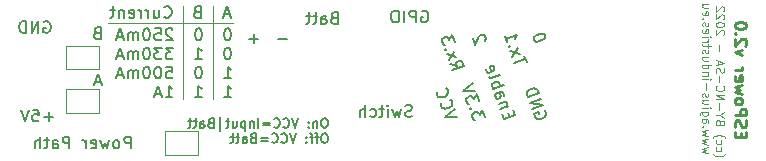
<source format=gbo>
%TF.GenerationSoftware,KiCad,Pcbnew,6.0.11*%
%TF.CreationDate,2024-08-22T19:43:04+01:00*%
%TF.ProjectId,ESPower,4553506f-7765-4722-9e6b-696361645f70,rev?*%
%TF.SameCoordinates,PX4f54d68PY59a0560*%
%TF.FileFunction,Legend,Bot*%
%TF.FilePolarity,Positive*%
%FSLAX46Y46*%
G04 Gerber Fmt 4.6, Leading zero omitted, Abs format (unit mm)*
G04 Created by KiCad (PCBNEW 6.0.11) date 2024-08-22 19:43:04*
%MOMM*%
%LPD*%
G01*
G04 APERTURE LIST*
G04 Aperture macros list*
%AMFreePoly0*
4,1,6,1.000000,0.000000,0.500000,-0.750000,-0.500000,-0.750000,-0.500000,0.750000,0.500000,0.750000,1.000000,0.000000,1.000000,0.000000,$1*%
%AMFreePoly1*
4,1,6,0.500000,-0.750000,-0.650000,-0.750000,-0.150000,0.000000,-0.650000,0.750000,0.500000,0.750000,0.500000,-0.750000,0.500000,-0.750000,$1*%
G04 Aperture macros list end*
%ADD10C,0.120000*%
%ADD11C,0.150000*%
%ADD12C,0.130000*%
%ADD13C,0.250000*%
%ADD14R,1.700000X1.700000*%
%ADD15O,1.700000X1.700000*%
%ADD16R,1.500000X1.500000*%
%ADD17C,1.500000*%
%ADD18FreePoly0,0.000000*%
%ADD19FreePoly1,0.000000*%
%ADD20FreePoly0,180.000000*%
%ADD21FreePoly1,180.000000*%
G04 APERTURE END LIST*
D10*
X14732000Y-1270000D02*
X14732000Y-9144000D01*
X18923000Y-2667000D02*
X8382000Y-2667000D01*
X17272000Y-1270000D02*
X17272000Y-9144000D01*
D11*
X42369737Y-10610065D02*
X42255731Y-10296834D01*
X41714651Y-10341745D02*
X41877517Y-10789218D01*
X42817210Y-10447198D01*
X42654343Y-9999725D01*
X42194532Y-9711007D02*
X41568071Y-9939020D01*
X42105038Y-9743580D02*
X42133498Y-9682546D01*
X42145672Y-9576765D01*
X42096812Y-9442523D01*
X42019492Y-9369315D01*
X41913711Y-9357141D01*
X41421491Y-9536295D01*
X41112044Y-8686097D02*
X41604264Y-8506943D01*
X41710045Y-8519117D01*
X41787366Y-8592325D01*
X41852512Y-8771314D01*
X41840338Y-8877095D01*
X41156791Y-8669810D02*
X41144617Y-8775591D01*
X41226051Y-8999327D01*
X41303371Y-9072535D01*
X41409152Y-9084709D01*
X41498647Y-9052136D01*
X41571855Y-8974815D01*
X41584029Y-8869034D01*
X41502595Y-8645298D01*
X41514769Y-8539516D01*
X40949177Y-8238624D02*
X41888870Y-7896604D01*
X41530892Y-8026897D02*
X41543065Y-7921116D01*
X41477919Y-7742127D01*
X41400598Y-7668919D01*
X41339564Y-7640458D01*
X41233783Y-7628284D01*
X40965299Y-7726004D01*
X40892092Y-7803325D01*
X40863631Y-7864359D01*
X40851457Y-7970140D01*
X40916604Y-8149129D01*
X40993924Y-8222337D01*
X40590870Y-7254184D02*
X40668191Y-7327392D01*
X40773972Y-7339566D01*
X41579423Y-7046406D01*
X40375031Y-6521941D02*
X40362857Y-6627722D01*
X40428004Y-6806711D01*
X40505324Y-6879919D01*
X40611105Y-6892093D01*
X40969083Y-6761800D01*
X41042291Y-6684479D01*
X41054465Y-6578698D01*
X40989319Y-6399709D01*
X40911998Y-6326501D01*
X40806217Y-6314327D01*
X40716722Y-6346900D01*
X40790094Y-6826946D01*
X10270619Y-13279380D02*
X10270619Y-12279380D01*
X9889666Y-12279380D01*
X9794428Y-12327000D01*
X9746809Y-12374619D01*
X9699190Y-12469857D01*
X9699190Y-12612714D01*
X9746809Y-12707952D01*
X9794428Y-12755571D01*
X9889666Y-12803190D01*
X10270619Y-12803190D01*
X9127761Y-13279380D02*
X9223000Y-13231761D01*
X9270619Y-13184142D01*
X9318238Y-13088904D01*
X9318238Y-12803190D01*
X9270619Y-12707952D01*
X9223000Y-12660333D01*
X9127761Y-12612714D01*
X8984904Y-12612714D01*
X8889666Y-12660333D01*
X8842047Y-12707952D01*
X8794428Y-12803190D01*
X8794428Y-13088904D01*
X8842047Y-13184142D01*
X8889666Y-13231761D01*
X8984904Y-13279380D01*
X9127761Y-13279380D01*
X8461095Y-12612714D02*
X8270619Y-13279380D01*
X8080142Y-12803190D01*
X7889666Y-13279380D01*
X7699190Y-12612714D01*
X6937285Y-13231761D02*
X7032523Y-13279380D01*
X7223000Y-13279380D01*
X7318238Y-13231761D01*
X7365857Y-13136523D01*
X7365857Y-12755571D01*
X7318238Y-12660333D01*
X7223000Y-12612714D01*
X7032523Y-12612714D01*
X6937285Y-12660333D01*
X6889666Y-12755571D01*
X6889666Y-12850809D01*
X7365857Y-12946047D01*
X6461095Y-13279380D02*
X6461095Y-12612714D01*
X6461095Y-12803190D02*
X6413476Y-12707952D01*
X6365857Y-12660333D01*
X6270619Y-12612714D01*
X6175380Y-12612714D01*
X5080142Y-13279380D02*
X5080142Y-12279380D01*
X4699190Y-12279380D01*
X4603952Y-12327000D01*
X4556333Y-12374619D01*
X4508714Y-12469857D01*
X4508714Y-12612714D01*
X4556333Y-12707952D01*
X4603952Y-12755571D01*
X4699190Y-12803190D01*
X5080142Y-12803190D01*
X3651571Y-13279380D02*
X3651571Y-12755571D01*
X3699190Y-12660333D01*
X3794428Y-12612714D01*
X3984904Y-12612714D01*
X4080142Y-12660333D01*
X3651571Y-13231761D02*
X3746809Y-13279380D01*
X3984904Y-13279380D01*
X4080142Y-13231761D01*
X4127761Y-13136523D01*
X4127761Y-13041285D01*
X4080142Y-12946047D01*
X3984904Y-12898428D01*
X3746809Y-12898428D01*
X3651571Y-12850809D01*
X3318238Y-12612714D02*
X2937285Y-12612714D01*
X3175380Y-12279380D02*
X3175380Y-13136523D01*
X3127761Y-13231761D01*
X3032523Y-13279380D01*
X2937285Y-13279380D01*
X2603952Y-13279380D02*
X2603952Y-12279380D01*
X2175380Y-13279380D02*
X2175380Y-12755571D01*
X2223000Y-12660333D01*
X2318238Y-12612714D01*
X2461095Y-12612714D01*
X2556333Y-12660333D01*
X2603952Y-12707952D01*
X37927620Y-10590626D02*
X36873921Y-10619416D01*
X37699607Y-9964165D01*
X36539962Y-9423413D02*
X36511501Y-9484447D01*
X36515614Y-9634976D01*
X36548187Y-9724470D01*
X36641794Y-9842425D01*
X36763862Y-9899346D01*
X36869644Y-9911520D01*
X37064919Y-9891121D01*
X37199161Y-9842261D01*
X37361863Y-9732367D01*
X37435071Y-9655046D01*
X37491993Y-9532978D01*
X37487880Y-9382450D01*
X37455306Y-9292955D01*
X37361699Y-9175000D01*
X37300665Y-9146540D01*
X36197941Y-8483721D02*
X36169481Y-8544755D01*
X36173594Y-8695283D01*
X36206167Y-8784778D01*
X36299774Y-8902733D01*
X36421842Y-8959654D01*
X36527623Y-8971828D01*
X36722899Y-8951428D01*
X36857141Y-8902568D01*
X37019843Y-8792674D01*
X37093051Y-8715354D01*
X37149972Y-8593286D01*
X37145860Y-8442757D01*
X37113286Y-8353263D01*
X37019679Y-8235308D01*
X36958645Y-8206847D01*
X7421571Y-3484571D02*
X7278714Y-3532190D01*
X7231095Y-3579809D01*
X7183476Y-3675047D01*
X7183476Y-3817904D01*
X7231095Y-3913142D01*
X7278714Y-3960761D01*
X7373952Y-4008380D01*
X7754904Y-4008380D01*
X7754904Y-3008380D01*
X7421571Y-3008380D01*
X7326333Y-3056000D01*
X7278714Y-3103619D01*
X7231095Y-3198857D01*
X7231095Y-3294095D01*
X7278714Y-3389333D01*
X7326333Y-3436952D01*
X7421571Y-3484571D01*
X7754904Y-3484571D01*
X27495380Y-2214571D02*
X27352523Y-2262190D01*
X27304904Y-2309809D01*
X27257285Y-2405047D01*
X27257285Y-2547904D01*
X27304904Y-2643142D01*
X27352523Y-2690761D01*
X27447761Y-2738380D01*
X27828714Y-2738380D01*
X27828714Y-1738380D01*
X27495380Y-1738380D01*
X27400142Y-1786000D01*
X27352523Y-1833619D01*
X27304904Y-1928857D01*
X27304904Y-2024095D01*
X27352523Y-2119333D01*
X27400142Y-2166952D01*
X27495380Y-2214571D01*
X27828714Y-2214571D01*
X26400142Y-2738380D02*
X26400142Y-2214571D01*
X26447761Y-2119333D01*
X26543000Y-2071714D01*
X26733476Y-2071714D01*
X26828714Y-2119333D01*
X26400142Y-2690761D02*
X26495380Y-2738380D01*
X26733476Y-2738380D01*
X26828714Y-2690761D01*
X26876333Y-2595523D01*
X26876333Y-2500285D01*
X26828714Y-2405047D01*
X26733476Y-2357428D01*
X26495380Y-2357428D01*
X26400142Y-2309809D01*
X26066809Y-2071714D02*
X25685857Y-2071714D01*
X25923952Y-1738380D02*
X25923952Y-2595523D01*
X25876333Y-2690761D01*
X25781095Y-2738380D01*
X25685857Y-2738380D01*
X25495380Y-2071714D02*
X25114428Y-2071714D01*
X25352523Y-1738380D02*
X25352523Y-2595523D01*
X25304904Y-2690761D01*
X25209666Y-2738380D01*
X25114428Y-2738380D01*
X23494952Y-4008428D02*
X22733047Y-4008428D01*
X2920904Y-2548000D02*
X3016142Y-2500380D01*
X3159000Y-2500380D01*
X3301857Y-2548000D01*
X3397095Y-2643238D01*
X3444714Y-2738476D01*
X3492333Y-2928952D01*
X3492333Y-3071809D01*
X3444714Y-3262285D01*
X3397095Y-3357523D01*
X3301857Y-3452761D01*
X3159000Y-3500380D01*
X3063761Y-3500380D01*
X2920904Y-3452761D01*
X2873285Y-3405142D01*
X2873285Y-3071809D01*
X3063761Y-3071809D01*
X2444714Y-3500380D02*
X2444714Y-2500380D01*
X1873285Y-3500380D01*
X1873285Y-2500380D01*
X1397095Y-3500380D02*
X1397095Y-2500380D01*
X1159000Y-2500380D01*
X1016142Y-2548000D01*
X920904Y-2643238D01*
X873285Y-2738476D01*
X825666Y-2928952D01*
X825666Y-3071809D01*
X873285Y-3262285D01*
X920904Y-3357523D01*
X1016142Y-3452761D01*
X1159000Y-3500380D01*
X1397095Y-3500380D01*
X7731095Y-7659666D02*
X7254904Y-7659666D01*
X7826333Y-7945380D02*
X7493000Y-6945380D01*
X7159666Y-7945380D01*
X37316774Y-6122426D02*
X37878253Y-6272791D01*
X37512214Y-6659394D02*
X38451907Y-6317374D01*
X38321613Y-5959395D01*
X38244293Y-5886188D01*
X38183259Y-5857727D01*
X38077477Y-5845553D01*
X37943236Y-5894413D01*
X37870028Y-5971734D01*
X37841567Y-6032768D01*
X37829393Y-6138549D01*
X37959687Y-6496527D01*
X37202767Y-5809196D02*
X37650076Y-5088962D01*
X37829229Y-5581182D02*
X37023614Y-5316976D01*
X36982815Y-4926424D02*
X36921781Y-4897964D01*
X36893320Y-4958997D01*
X36954354Y-4987458D01*
X36982815Y-4926424D01*
X36893320Y-4958997D01*
X37702720Y-4258999D02*
X37490993Y-3677285D01*
X37247021Y-4120809D01*
X37198161Y-3986567D01*
X37120841Y-3913359D01*
X37059807Y-3884899D01*
X36954026Y-3872725D01*
X36730289Y-3954158D01*
X36657081Y-4031479D01*
X36628621Y-4092513D01*
X36616447Y-4198294D01*
X36714167Y-4466778D01*
X36791488Y-4539985D01*
X36852522Y-4568446D01*
X45361880Y-3794450D02*
X45329306Y-3704955D01*
X45251986Y-3631748D01*
X45190952Y-3603287D01*
X45085171Y-3591113D01*
X44889895Y-3611513D01*
X44666159Y-3692946D01*
X44503456Y-3802840D01*
X44430248Y-3880160D01*
X44401788Y-3941194D01*
X44389614Y-4046976D01*
X44422187Y-4136470D01*
X44499508Y-4209678D01*
X44560542Y-4238139D01*
X44666323Y-4250313D01*
X44861599Y-4229913D01*
X45085335Y-4148480D01*
X45248037Y-4038586D01*
X45321245Y-3961265D01*
X45349706Y-3900231D01*
X45361880Y-3794450D01*
X45307433Y-10069946D02*
X45384753Y-10143154D01*
X45433613Y-10277395D01*
X45437726Y-10427924D01*
X45380805Y-10549992D01*
X45307597Y-10627312D01*
X45144895Y-10737206D01*
X45010653Y-10786066D01*
X44815377Y-10806466D01*
X44709596Y-10794292D01*
X44587528Y-10737371D01*
X44493921Y-10619416D01*
X44461347Y-10529921D01*
X44457235Y-10379393D01*
X44485695Y-10318359D01*
X44798926Y-10204352D01*
X44864073Y-10383341D01*
X44249620Y-9948207D02*
X45189313Y-9606186D01*
X44054180Y-9411239D01*
X44993873Y-9069219D01*
X43891314Y-8963767D02*
X44831006Y-8621746D01*
X44749573Y-8398010D01*
X44655966Y-8280055D01*
X44533898Y-8223134D01*
X44428117Y-8210960D01*
X44232841Y-8231359D01*
X44098599Y-8280219D01*
X43935897Y-8390113D01*
X43862689Y-8467434D01*
X43805768Y-8589502D01*
X43809880Y-8740030D01*
X43891314Y-8963767D01*
X18523928Y-3133380D02*
X18428690Y-3133380D01*
X18333452Y-3181000D01*
X18285833Y-3228619D01*
X18238214Y-3323857D01*
X18190595Y-3514333D01*
X18190595Y-3752428D01*
X18238214Y-3942904D01*
X18285833Y-4038142D01*
X18333452Y-4085761D01*
X18428690Y-4133380D01*
X18523928Y-4133380D01*
X18619166Y-4085761D01*
X18666785Y-4038142D01*
X18714404Y-3942904D01*
X18762023Y-3752428D01*
X18762023Y-3514333D01*
X18714404Y-3323857D01*
X18666785Y-3228619D01*
X18619166Y-3181000D01*
X18523928Y-3133380D01*
X16047738Y-3133380D02*
X15952500Y-3133380D01*
X15857261Y-3181000D01*
X15809642Y-3228619D01*
X15762023Y-3323857D01*
X15714404Y-3514333D01*
X15714404Y-3752428D01*
X15762023Y-3942904D01*
X15809642Y-4038142D01*
X15857261Y-4085761D01*
X15952500Y-4133380D01*
X16047738Y-4133380D01*
X16142976Y-4085761D01*
X16190595Y-4038142D01*
X16238214Y-3942904D01*
X16285833Y-3752428D01*
X16285833Y-3514333D01*
X16238214Y-3323857D01*
X16190595Y-3228619D01*
X16142976Y-3181000D01*
X16047738Y-3133380D01*
X13809642Y-3228619D02*
X13762023Y-3181000D01*
X13666785Y-3133380D01*
X13428690Y-3133380D01*
X13333452Y-3181000D01*
X13285833Y-3228619D01*
X13238214Y-3323857D01*
X13238214Y-3419095D01*
X13285833Y-3561952D01*
X13857261Y-4133380D01*
X13238214Y-4133380D01*
X12333452Y-3133380D02*
X12809642Y-3133380D01*
X12857261Y-3609571D01*
X12809642Y-3561952D01*
X12714404Y-3514333D01*
X12476309Y-3514333D01*
X12381071Y-3561952D01*
X12333452Y-3609571D01*
X12285833Y-3704809D01*
X12285833Y-3942904D01*
X12333452Y-4038142D01*
X12381071Y-4085761D01*
X12476309Y-4133380D01*
X12714404Y-4133380D01*
X12809642Y-4085761D01*
X12857261Y-4038142D01*
X11666785Y-3133380D02*
X11571547Y-3133380D01*
X11476309Y-3181000D01*
X11428690Y-3228619D01*
X11381071Y-3323857D01*
X11333452Y-3514333D01*
X11333452Y-3752428D01*
X11381071Y-3942904D01*
X11428690Y-4038142D01*
X11476309Y-4085761D01*
X11571547Y-4133380D01*
X11666785Y-4133380D01*
X11762023Y-4085761D01*
X11809642Y-4038142D01*
X11857261Y-3942904D01*
X11904880Y-3752428D01*
X11904880Y-3514333D01*
X11857261Y-3323857D01*
X11809642Y-3228619D01*
X11762023Y-3181000D01*
X11666785Y-3133380D01*
X10904880Y-4133380D02*
X10904880Y-3466714D01*
X10904880Y-3561952D02*
X10857261Y-3514333D01*
X10762023Y-3466714D01*
X10619166Y-3466714D01*
X10523928Y-3514333D01*
X10476309Y-3609571D01*
X10476309Y-4133380D01*
X10476309Y-3609571D02*
X10428690Y-3514333D01*
X10333452Y-3466714D01*
X10190595Y-3466714D01*
X10095357Y-3514333D01*
X10047738Y-3609571D01*
X10047738Y-4133380D01*
X9619166Y-3847666D02*
X9142976Y-3847666D01*
X9714404Y-4133380D02*
X9381071Y-3133380D01*
X9047738Y-4133380D01*
X18523928Y-4743380D02*
X18428690Y-4743380D01*
X18333452Y-4791000D01*
X18285833Y-4838619D01*
X18238214Y-4933857D01*
X18190595Y-5124333D01*
X18190595Y-5362428D01*
X18238214Y-5552904D01*
X18285833Y-5648142D01*
X18333452Y-5695761D01*
X18428690Y-5743380D01*
X18523928Y-5743380D01*
X18619166Y-5695761D01*
X18666785Y-5648142D01*
X18714404Y-5552904D01*
X18762023Y-5362428D01*
X18762023Y-5124333D01*
X18714404Y-4933857D01*
X18666785Y-4838619D01*
X18619166Y-4791000D01*
X18523928Y-4743380D01*
X15714404Y-5743380D02*
X16285833Y-5743380D01*
X16000119Y-5743380D02*
X16000119Y-4743380D01*
X16095357Y-4886238D01*
X16190595Y-4981476D01*
X16285833Y-5029095D01*
X13857261Y-4743380D02*
X13238214Y-4743380D01*
X13571547Y-5124333D01*
X13428690Y-5124333D01*
X13333452Y-5171952D01*
X13285833Y-5219571D01*
X13238214Y-5314809D01*
X13238214Y-5552904D01*
X13285833Y-5648142D01*
X13333452Y-5695761D01*
X13428690Y-5743380D01*
X13714404Y-5743380D01*
X13809642Y-5695761D01*
X13857261Y-5648142D01*
X12904880Y-4743380D02*
X12285833Y-4743380D01*
X12619166Y-5124333D01*
X12476309Y-5124333D01*
X12381071Y-5171952D01*
X12333452Y-5219571D01*
X12285833Y-5314809D01*
X12285833Y-5552904D01*
X12333452Y-5648142D01*
X12381071Y-5695761D01*
X12476309Y-5743380D01*
X12762023Y-5743380D01*
X12857261Y-5695761D01*
X12904880Y-5648142D01*
X11666785Y-4743380D02*
X11571547Y-4743380D01*
X11476309Y-4791000D01*
X11428690Y-4838619D01*
X11381071Y-4933857D01*
X11333452Y-5124333D01*
X11333452Y-5362428D01*
X11381071Y-5552904D01*
X11428690Y-5648142D01*
X11476309Y-5695761D01*
X11571547Y-5743380D01*
X11666785Y-5743380D01*
X11762023Y-5695761D01*
X11809642Y-5648142D01*
X11857261Y-5552904D01*
X11904880Y-5362428D01*
X11904880Y-5124333D01*
X11857261Y-4933857D01*
X11809642Y-4838619D01*
X11762023Y-4791000D01*
X11666785Y-4743380D01*
X10904880Y-5743380D02*
X10904880Y-5076714D01*
X10904880Y-5171952D02*
X10857261Y-5124333D01*
X10762023Y-5076714D01*
X10619166Y-5076714D01*
X10523928Y-5124333D01*
X10476309Y-5219571D01*
X10476309Y-5743380D01*
X10476309Y-5219571D02*
X10428690Y-5124333D01*
X10333452Y-5076714D01*
X10190595Y-5076714D01*
X10095357Y-5124333D01*
X10047738Y-5219571D01*
X10047738Y-5743380D01*
X9619166Y-5457666D02*
X9142976Y-5457666D01*
X9714404Y-5743380D02*
X9381071Y-4743380D01*
X9047738Y-5743380D01*
X18190595Y-7353380D02*
X18762023Y-7353380D01*
X18476309Y-7353380D02*
X18476309Y-6353380D01*
X18571547Y-6496238D01*
X18666785Y-6591476D01*
X18762023Y-6639095D01*
X16047738Y-6353380D02*
X15952500Y-6353380D01*
X15857261Y-6401000D01*
X15809642Y-6448619D01*
X15762023Y-6543857D01*
X15714404Y-6734333D01*
X15714404Y-6972428D01*
X15762023Y-7162904D01*
X15809642Y-7258142D01*
X15857261Y-7305761D01*
X15952500Y-7353380D01*
X16047738Y-7353380D01*
X16142976Y-7305761D01*
X16190595Y-7258142D01*
X16238214Y-7162904D01*
X16285833Y-6972428D01*
X16285833Y-6734333D01*
X16238214Y-6543857D01*
X16190595Y-6448619D01*
X16142976Y-6401000D01*
X16047738Y-6353380D01*
X13285833Y-6353380D02*
X13762023Y-6353380D01*
X13809642Y-6829571D01*
X13762023Y-6781952D01*
X13666785Y-6734333D01*
X13428690Y-6734333D01*
X13333452Y-6781952D01*
X13285833Y-6829571D01*
X13238214Y-6924809D01*
X13238214Y-7162904D01*
X13285833Y-7258142D01*
X13333452Y-7305761D01*
X13428690Y-7353380D01*
X13666785Y-7353380D01*
X13762023Y-7305761D01*
X13809642Y-7258142D01*
X12619166Y-6353380D02*
X12523928Y-6353380D01*
X12428690Y-6401000D01*
X12381071Y-6448619D01*
X12333452Y-6543857D01*
X12285833Y-6734333D01*
X12285833Y-6972428D01*
X12333452Y-7162904D01*
X12381071Y-7258142D01*
X12428690Y-7305761D01*
X12523928Y-7353380D01*
X12619166Y-7353380D01*
X12714404Y-7305761D01*
X12762023Y-7258142D01*
X12809642Y-7162904D01*
X12857261Y-6972428D01*
X12857261Y-6734333D01*
X12809642Y-6543857D01*
X12762023Y-6448619D01*
X12714404Y-6401000D01*
X12619166Y-6353380D01*
X11666785Y-6353380D02*
X11571547Y-6353380D01*
X11476309Y-6401000D01*
X11428690Y-6448619D01*
X11381071Y-6543857D01*
X11333452Y-6734333D01*
X11333452Y-6972428D01*
X11381071Y-7162904D01*
X11428690Y-7258142D01*
X11476309Y-7305761D01*
X11571547Y-7353380D01*
X11666785Y-7353380D01*
X11762023Y-7305761D01*
X11809642Y-7258142D01*
X11857261Y-7162904D01*
X11904880Y-6972428D01*
X11904880Y-6734333D01*
X11857261Y-6543857D01*
X11809642Y-6448619D01*
X11762023Y-6401000D01*
X11666785Y-6353380D01*
X10904880Y-7353380D02*
X10904880Y-6686714D01*
X10904880Y-6781952D02*
X10857261Y-6734333D01*
X10762023Y-6686714D01*
X10619166Y-6686714D01*
X10523928Y-6734333D01*
X10476309Y-6829571D01*
X10476309Y-7353380D01*
X10476309Y-6829571D02*
X10428690Y-6734333D01*
X10333452Y-6686714D01*
X10190595Y-6686714D01*
X10095357Y-6734333D01*
X10047738Y-6829571D01*
X10047738Y-7353380D01*
X9619166Y-7067666D02*
X9142976Y-7067666D01*
X9714404Y-7353380D02*
X9381071Y-6353380D01*
X9047738Y-7353380D01*
X18190595Y-8963380D02*
X18762023Y-8963380D01*
X18476309Y-8963380D02*
X18476309Y-7963380D01*
X18571547Y-8106238D01*
X18666785Y-8201476D01*
X18762023Y-8249095D01*
X15714404Y-8963380D02*
X16285833Y-8963380D01*
X16000119Y-8963380D02*
X16000119Y-7963380D01*
X16095357Y-8106238D01*
X16190595Y-8201476D01*
X16285833Y-8249095D01*
X13238214Y-8963380D02*
X13809642Y-8963380D01*
X13523928Y-8963380D02*
X13523928Y-7963380D01*
X13619166Y-8106238D01*
X13714404Y-8201476D01*
X13809642Y-8249095D01*
X12857261Y-8677666D02*
X12381071Y-8677666D01*
X12952500Y-8963380D02*
X12619166Y-7963380D01*
X12285833Y-8963380D01*
D12*
X26750642Y-10728904D02*
X26598261Y-10728904D01*
X26522071Y-10767000D01*
X26445880Y-10843190D01*
X26407785Y-10995571D01*
X26407785Y-11262238D01*
X26445880Y-11414619D01*
X26522071Y-11490809D01*
X26598261Y-11528904D01*
X26750642Y-11528904D01*
X26826833Y-11490809D01*
X26903023Y-11414619D01*
X26941119Y-11262238D01*
X26941119Y-10995571D01*
X26903023Y-10843190D01*
X26826833Y-10767000D01*
X26750642Y-10728904D01*
X26064928Y-10995571D02*
X26064928Y-11528904D01*
X26064928Y-11071761D02*
X26026833Y-11033666D01*
X25950642Y-10995571D01*
X25836357Y-10995571D01*
X25760166Y-11033666D01*
X25722071Y-11109857D01*
X25722071Y-11528904D01*
X25341119Y-11452714D02*
X25303023Y-11490809D01*
X25341119Y-11528904D01*
X25379214Y-11490809D01*
X25341119Y-11452714D01*
X25341119Y-11528904D01*
X25341119Y-11033666D02*
X25303023Y-11071761D01*
X25341119Y-11109857D01*
X25379214Y-11071761D01*
X25341119Y-11033666D01*
X25341119Y-11109857D01*
X24464928Y-10728904D02*
X24198261Y-11528904D01*
X23931595Y-10728904D01*
X23207785Y-11452714D02*
X23245880Y-11490809D01*
X23360166Y-11528904D01*
X23436357Y-11528904D01*
X23550642Y-11490809D01*
X23626833Y-11414619D01*
X23664928Y-11338428D01*
X23703023Y-11186047D01*
X23703023Y-11071761D01*
X23664928Y-10919380D01*
X23626833Y-10843190D01*
X23550642Y-10767000D01*
X23436357Y-10728904D01*
X23360166Y-10728904D01*
X23245880Y-10767000D01*
X23207785Y-10805095D01*
X22407785Y-11452714D02*
X22445880Y-11490809D01*
X22560166Y-11528904D01*
X22636357Y-11528904D01*
X22750642Y-11490809D01*
X22826833Y-11414619D01*
X22864928Y-11338428D01*
X22903023Y-11186047D01*
X22903023Y-11071761D01*
X22864928Y-10919380D01*
X22826833Y-10843190D01*
X22750642Y-10767000D01*
X22636357Y-10728904D01*
X22560166Y-10728904D01*
X22445880Y-10767000D01*
X22407785Y-10805095D01*
X22064928Y-11109857D02*
X21455404Y-11109857D01*
X21455404Y-11338428D02*
X22064928Y-11338428D01*
X21074452Y-11528904D02*
X21074452Y-10728904D01*
X20693500Y-10995571D02*
X20693500Y-11528904D01*
X20693500Y-11071761D02*
X20655404Y-11033666D01*
X20579214Y-10995571D01*
X20464928Y-10995571D01*
X20388738Y-11033666D01*
X20350642Y-11109857D01*
X20350642Y-11528904D01*
X19969690Y-10995571D02*
X19969690Y-11795571D01*
X19969690Y-11033666D02*
X19893500Y-10995571D01*
X19741119Y-10995571D01*
X19664928Y-11033666D01*
X19626833Y-11071761D01*
X19588738Y-11147952D01*
X19588738Y-11376523D01*
X19626833Y-11452714D01*
X19664928Y-11490809D01*
X19741119Y-11528904D01*
X19893500Y-11528904D01*
X19969690Y-11490809D01*
X18903023Y-10995571D02*
X18903023Y-11528904D01*
X19245880Y-10995571D02*
X19245880Y-11414619D01*
X19207785Y-11490809D01*
X19131595Y-11528904D01*
X19017309Y-11528904D01*
X18941119Y-11490809D01*
X18903023Y-11452714D01*
X18636357Y-10995571D02*
X18331595Y-10995571D01*
X18522071Y-10728904D02*
X18522071Y-11414619D01*
X18483976Y-11490809D01*
X18407785Y-11528904D01*
X18331595Y-11528904D01*
X17874452Y-11795571D02*
X17874452Y-10652714D01*
X17036357Y-11109857D02*
X16922071Y-11147952D01*
X16883976Y-11186047D01*
X16845880Y-11262238D01*
X16845880Y-11376523D01*
X16883976Y-11452714D01*
X16922071Y-11490809D01*
X16998261Y-11528904D01*
X17303023Y-11528904D01*
X17303023Y-10728904D01*
X17036357Y-10728904D01*
X16960166Y-10767000D01*
X16922071Y-10805095D01*
X16883976Y-10881285D01*
X16883976Y-10957476D01*
X16922071Y-11033666D01*
X16960166Y-11071761D01*
X17036357Y-11109857D01*
X17303023Y-11109857D01*
X16160166Y-11528904D02*
X16160166Y-11109857D01*
X16198261Y-11033666D01*
X16274452Y-10995571D01*
X16426833Y-10995571D01*
X16503023Y-11033666D01*
X16160166Y-11490809D02*
X16236357Y-11528904D01*
X16426833Y-11528904D01*
X16503023Y-11490809D01*
X16541119Y-11414619D01*
X16541119Y-11338428D01*
X16503023Y-11262238D01*
X16426833Y-11224142D01*
X16236357Y-11224142D01*
X16160166Y-11186047D01*
X15893500Y-10995571D02*
X15588738Y-10995571D01*
X15779214Y-10728904D02*
X15779214Y-11414619D01*
X15741119Y-11490809D01*
X15664928Y-11528904D01*
X15588738Y-11528904D01*
X15436357Y-10995571D02*
X15131595Y-10995571D01*
X15322071Y-10728904D02*
X15322071Y-11414619D01*
X15283976Y-11490809D01*
X15207785Y-11528904D01*
X15131595Y-11528904D01*
X26750642Y-12016904D02*
X26598261Y-12016904D01*
X26522071Y-12055000D01*
X26445880Y-12131190D01*
X26407785Y-12283571D01*
X26407785Y-12550238D01*
X26445880Y-12702619D01*
X26522071Y-12778809D01*
X26598261Y-12816904D01*
X26750642Y-12816904D01*
X26826833Y-12778809D01*
X26903023Y-12702619D01*
X26941119Y-12550238D01*
X26941119Y-12283571D01*
X26903023Y-12131190D01*
X26826833Y-12055000D01*
X26750642Y-12016904D01*
X26179214Y-12283571D02*
X25874452Y-12283571D01*
X26064928Y-12816904D02*
X26064928Y-12131190D01*
X26026833Y-12055000D01*
X25950642Y-12016904D01*
X25874452Y-12016904D01*
X25722071Y-12283571D02*
X25417309Y-12283571D01*
X25607785Y-12816904D02*
X25607785Y-12131190D01*
X25569690Y-12055000D01*
X25493500Y-12016904D01*
X25417309Y-12016904D01*
X25150642Y-12740714D02*
X25112547Y-12778809D01*
X25150642Y-12816904D01*
X25188738Y-12778809D01*
X25150642Y-12740714D01*
X25150642Y-12816904D01*
X25150642Y-12321666D02*
X25112547Y-12359761D01*
X25150642Y-12397857D01*
X25188738Y-12359761D01*
X25150642Y-12321666D01*
X25150642Y-12397857D01*
X24274452Y-12016904D02*
X24007785Y-12816904D01*
X23741119Y-12016904D01*
X23017309Y-12740714D02*
X23055404Y-12778809D01*
X23169690Y-12816904D01*
X23245880Y-12816904D01*
X23360166Y-12778809D01*
X23436357Y-12702619D01*
X23474452Y-12626428D01*
X23512547Y-12474047D01*
X23512547Y-12359761D01*
X23474452Y-12207380D01*
X23436357Y-12131190D01*
X23360166Y-12055000D01*
X23245880Y-12016904D01*
X23169690Y-12016904D01*
X23055404Y-12055000D01*
X23017309Y-12093095D01*
X22217309Y-12740714D02*
X22255404Y-12778809D01*
X22369690Y-12816904D01*
X22445880Y-12816904D01*
X22560166Y-12778809D01*
X22636357Y-12702619D01*
X22674452Y-12626428D01*
X22712547Y-12474047D01*
X22712547Y-12359761D01*
X22674452Y-12207380D01*
X22636357Y-12131190D01*
X22560166Y-12055000D01*
X22445880Y-12016904D01*
X22369690Y-12016904D01*
X22255404Y-12055000D01*
X22217309Y-12093095D01*
X21874452Y-12397857D02*
X21264928Y-12397857D01*
X21264928Y-12626428D02*
X21874452Y-12626428D01*
X20617309Y-12397857D02*
X20503023Y-12435952D01*
X20464928Y-12474047D01*
X20426833Y-12550238D01*
X20426833Y-12664523D01*
X20464928Y-12740714D01*
X20503023Y-12778809D01*
X20579214Y-12816904D01*
X20883976Y-12816904D01*
X20883976Y-12016904D01*
X20617309Y-12016904D01*
X20541119Y-12055000D01*
X20503023Y-12093095D01*
X20464928Y-12169285D01*
X20464928Y-12245476D01*
X20503023Y-12321666D01*
X20541119Y-12359761D01*
X20617309Y-12397857D01*
X20883976Y-12397857D01*
X19741119Y-12816904D02*
X19741119Y-12397857D01*
X19779214Y-12321666D01*
X19855404Y-12283571D01*
X20007785Y-12283571D01*
X20083976Y-12321666D01*
X19741119Y-12778809D02*
X19817309Y-12816904D01*
X20007785Y-12816904D01*
X20083976Y-12778809D01*
X20122071Y-12702619D01*
X20122071Y-12626428D01*
X20083976Y-12550238D01*
X20007785Y-12512142D01*
X19817309Y-12512142D01*
X19741119Y-12474047D01*
X19474452Y-12283571D02*
X19169690Y-12283571D01*
X19360166Y-12016904D02*
X19360166Y-12702619D01*
X19322071Y-12778809D01*
X19245880Y-12816904D01*
X19169690Y-12816904D01*
X19017309Y-12283571D02*
X18712547Y-12283571D01*
X18903023Y-12016904D02*
X18903023Y-12702619D01*
X18864928Y-12778809D01*
X18788738Y-12816904D01*
X18712547Y-12816904D01*
D11*
X34091285Y-10564761D02*
X33948428Y-10612380D01*
X33710333Y-10612380D01*
X33615095Y-10564761D01*
X33567476Y-10517142D01*
X33519857Y-10421904D01*
X33519857Y-10326666D01*
X33567476Y-10231428D01*
X33615095Y-10183809D01*
X33710333Y-10136190D01*
X33900809Y-10088571D01*
X33996047Y-10040952D01*
X34043666Y-9993333D01*
X34091285Y-9898095D01*
X34091285Y-9802857D01*
X34043666Y-9707619D01*
X33996047Y-9660000D01*
X33900809Y-9612380D01*
X33662714Y-9612380D01*
X33519857Y-9660000D01*
X33186523Y-9945714D02*
X32996047Y-10612380D01*
X32805571Y-10136190D01*
X32615095Y-10612380D01*
X32424619Y-9945714D01*
X32043666Y-10612380D02*
X32043666Y-9945714D01*
X32043666Y-9612380D02*
X32091285Y-9660000D01*
X32043666Y-9707619D01*
X31996047Y-9660000D01*
X32043666Y-9612380D01*
X32043666Y-9707619D01*
X31710333Y-9945714D02*
X31329380Y-9945714D01*
X31567476Y-9612380D02*
X31567476Y-10469523D01*
X31519857Y-10564761D01*
X31424619Y-10612380D01*
X31329380Y-10612380D01*
X30567476Y-10564761D02*
X30662714Y-10612380D01*
X30853190Y-10612380D01*
X30948428Y-10564761D01*
X30996047Y-10517142D01*
X31043666Y-10421904D01*
X31043666Y-10136190D01*
X30996047Y-10040952D01*
X30948428Y-9993333D01*
X30853190Y-9945714D01*
X30662714Y-9945714D01*
X30567476Y-9993333D01*
X30138904Y-10612380D02*
X30138904Y-9612380D01*
X29710333Y-10612380D02*
X29710333Y-10088571D01*
X29757952Y-9993333D01*
X29853190Y-9945714D01*
X29996047Y-9945714D01*
X30091285Y-9993333D01*
X30138904Y-10040952D01*
D13*
X61920428Y-12350142D02*
X61920428Y-12016809D01*
X61396619Y-11873952D02*
X61396619Y-12350142D01*
X62396619Y-12350142D01*
X62396619Y-11873952D01*
X61444238Y-11493000D02*
X61396619Y-11350142D01*
X61396619Y-11112047D01*
X61444238Y-11016809D01*
X61491857Y-10969190D01*
X61587095Y-10921571D01*
X61682333Y-10921571D01*
X61777571Y-10969190D01*
X61825190Y-11016809D01*
X61872809Y-11112047D01*
X61920428Y-11302523D01*
X61968047Y-11397761D01*
X62015666Y-11445380D01*
X62110904Y-11493000D01*
X62206142Y-11493000D01*
X62301380Y-11445380D01*
X62349000Y-11397761D01*
X62396619Y-11302523D01*
X62396619Y-11064428D01*
X62349000Y-10921571D01*
X61396619Y-10493000D02*
X62396619Y-10493000D01*
X62396619Y-10112047D01*
X62349000Y-10016809D01*
X62301380Y-9969190D01*
X62206142Y-9921571D01*
X62063285Y-9921571D01*
X61968047Y-9969190D01*
X61920428Y-10016809D01*
X61872809Y-10112047D01*
X61872809Y-10493000D01*
X61396619Y-9350142D02*
X61444238Y-9445380D01*
X61491857Y-9493000D01*
X61587095Y-9540619D01*
X61872809Y-9540619D01*
X61968047Y-9493000D01*
X62015666Y-9445380D01*
X62063285Y-9350142D01*
X62063285Y-9207285D01*
X62015666Y-9112047D01*
X61968047Y-9064428D01*
X61872809Y-9016809D01*
X61587095Y-9016809D01*
X61491857Y-9064428D01*
X61444238Y-9112047D01*
X61396619Y-9207285D01*
X61396619Y-9350142D01*
X62063285Y-8683476D02*
X61396619Y-8493000D01*
X61872809Y-8302523D01*
X61396619Y-8112047D01*
X62063285Y-7921571D01*
X61444238Y-7159666D02*
X61396619Y-7254904D01*
X61396619Y-7445380D01*
X61444238Y-7540619D01*
X61539476Y-7588238D01*
X61920428Y-7588238D01*
X62015666Y-7540619D01*
X62063285Y-7445380D01*
X62063285Y-7254904D01*
X62015666Y-7159666D01*
X61920428Y-7112047D01*
X61825190Y-7112047D01*
X61729952Y-7588238D01*
X61396619Y-6683476D02*
X62063285Y-6683476D01*
X61872809Y-6683476D02*
X61968047Y-6635857D01*
X62015666Y-6588238D01*
X62063285Y-6493000D01*
X62063285Y-6397761D01*
X62063285Y-5397761D02*
X61396619Y-5159666D01*
X62063285Y-4921571D01*
X62301380Y-4588238D02*
X62349000Y-4540619D01*
X62396619Y-4445380D01*
X62396619Y-4207285D01*
X62349000Y-4112047D01*
X62301380Y-4064428D01*
X62206142Y-4016809D01*
X62110904Y-4016809D01*
X61968047Y-4064428D01*
X61396619Y-4635857D01*
X61396619Y-4016809D01*
X61491857Y-3588238D02*
X61444238Y-3540619D01*
X61396619Y-3588238D01*
X61444238Y-3635857D01*
X61491857Y-3588238D01*
X61396619Y-3588238D01*
X62396619Y-2921571D02*
X62396619Y-2826333D01*
X62349000Y-2731095D01*
X62301380Y-2683476D01*
X62206142Y-2635857D01*
X62015666Y-2588238D01*
X61777571Y-2588238D01*
X61587095Y-2635857D01*
X61491857Y-2683476D01*
X61444238Y-2731095D01*
X61396619Y-2826333D01*
X61396619Y-2921571D01*
X61444238Y-3016809D01*
X61491857Y-3064428D01*
X61587095Y-3112047D01*
X61777571Y-3159666D01*
X62015666Y-3159666D01*
X62206142Y-3112047D01*
X62301380Y-3064428D01*
X62349000Y-3016809D01*
X62396619Y-2921571D01*
D11*
X40262480Y-10597868D02*
X40050753Y-10016154D01*
X39806782Y-10459678D01*
X39757922Y-10325436D01*
X39680601Y-10252228D01*
X39619567Y-10223768D01*
X39513786Y-10211594D01*
X39290050Y-10293027D01*
X39216842Y-10370348D01*
X39188381Y-10431382D01*
X39176207Y-10537163D01*
X39273927Y-10805646D01*
X39351248Y-10878854D01*
X39412282Y-10907315D01*
X39053975Y-9922875D02*
X38992941Y-9894414D01*
X38964481Y-9955448D01*
X39025514Y-9983909D01*
X39053975Y-9922875D01*
X38964481Y-9955448D01*
X39773880Y-9255450D02*
X39562153Y-8673736D01*
X39318182Y-9117260D01*
X39269322Y-8983018D01*
X39192001Y-8909810D01*
X39130967Y-8881350D01*
X39025186Y-8869176D01*
X38801449Y-8950609D01*
X38728242Y-9027930D01*
X38699781Y-9088964D01*
X38687607Y-9194745D01*
X38785327Y-9463228D01*
X38862648Y-9536436D01*
X38923682Y-9564897D01*
X39464433Y-8405252D02*
X38410734Y-8434041D01*
X39236420Y-7778790D01*
X34909000Y-1659000D02*
X35004238Y-1611380D01*
X35147095Y-1611380D01*
X35289952Y-1659000D01*
X35385190Y-1754238D01*
X35432809Y-1849476D01*
X35480428Y-2039952D01*
X35480428Y-2182809D01*
X35432809Y-2373285D01*
X35385190Y-2468523D01*
X35289952Y-2563761D01*
X35147095Y-2611380D01*
X35051857Y-2611380D01*
X34909000Y-2563761D01*
X34861380Y-2516142D01*
X34861380Y-2182809D01*
X35051857Y-2182809D01*
X34432809Y-2611380D02*
X34432809Y-1611380D01*
X34051857Y-1611380D01*
X33956619Y-1659000D01*
X33909000Y-1706619D01*
X33861380Y-1801857D01*
X33861380Y-1944714D01*
X33909000Y-2039952D01*
X33956619Y-2087571D01*
X34051857Y-2135190D01*
X34432809Y-2135190D01*
X33432809Y-2611380D02*
X33432809Y-1611380D01*
X32766142Y-1611380D02*
X32575666Y-1611380D01*
X32480428Y-1659000D01*
X32385190Y-1754238D01*
X32337571Y-1944714D01*
X32337571Y-2278047D01*
X32385190Y-2468523D01*
X32480428Y-2563761D01*
X32575666Y-2611380D01*
X32766142Y-2611380D01*
X32861380Y-2563761D01*
X32956619Y-2468523D01*
X33004238Y-2278047D01*
X33004238Y-1944714D01*
X32956619Y-1754238D01*
X32861380Y-1659000D01*
X32766142Y-1611380D01*
X40273819Y-4177760D02*
X40302279Y-4116726D01*
X40314453Y-4010945D01*
X40233020Y-3787208D01*
X40155699Y-3714000D01*
X40094665Y-3685540D01*
X39988884Y-3673366D01*
X39899389Y-3705939D01*
X39781434Y-3799546D01*
X39439907Y-4531954D01*
X39228180Y-3950239D01*
X21081952Y-4008428D02*
X20320047Y-4008428D01*
X20701000Y-4389380D02*
X20701000Y-3627476D01*
X18635023Y-1944666D02*
X18158833Y-1944666D01*
X18730261Y-2230380D02*
X18396928Y-1230380D01*
X18063595Y-2230380D01*
X15873119Y-1706571D02*
X15730261Y-1754190D01*
X15682642Y-1801809D01*
X15635023Y-1897047D01*
X15635023Y-2039904D01*
X15682642Y-2135142D01*
X15730261Y-2182761D01*
X15825500Y-2230380D01*
X16206452Y-2230380D01*
X16206452Y-1230380D01*
X15873119Y-1230380D01*
X15777880Y-1278000D01*
X15730261Y-1325619D01*
X15682642Y-1420857D01*
X15682642Y-1516095D01*
X15730261Y-1611333D01*
X15777880Y-1658952D01*
X15873119Y-1706571D01*
X16206452Y-1706571D01*
X13111214Y-2135142D02*
X13158833Y-2182761D01*
X13301690Y-2230380D01*
X13396928Y-2230380D01*
X13539785Y-2182761D01*
X13635023Y-2087523D01*
X13682642Y-1992285D01*
X13730261Y-1801809D01*
X13730261Y-1658952D01*
X13682642Y-1468476D01*
X13635023Y-1373238D01*
X13539785Y-1278000D01*
X13396928Y-1230380D01*
X13301690Y-1230380D01*
X13158833Y-1278000D01*
X13111214Y-1325619D01*
X12254071Y-1563714D02*
X12254071Y-2230380D01*
X12682642Y-1563714D02*
X12682642Y-2087523D01*
X12635023Y-2182761D01*
X12539785Y-2230380D01*
X12396928Y-2230380D01*
X12301690Y-2182761D01*
X12254071Y-2135142D01*
X11777880Y-2230380D02*
X11777880Y-1563714D01*
X11777880Y-1754190D02*
X11730261Y-1658952D01*
X11682642Y-1611333D01*
X11587404Y-1563714D01*
X11492166Y-1563714D01*
X11158833Y-2230380D02*
X11158833Y-1563714D01*
X11158833Y-1754190D02*
X11111214Y-1658952D01*
X11063595Y-1611333D01*
X10968357Y-1563714D01*
X10873119Y-1563714D01*
X10158833Y-2182761D02*
X10254071Y-2230380D01*
X10444547Y-2230380D01*
X10539785Y-2182761D01*
X10587404Y-2087523D01*
X10587404Y-1706571D01*
X10539785Y-1611333D01*
X10444547Y-1563714D01*
X10254071Y-1563714D01*
X10158833Y-1611333D01*
X10111214Y-1706571D01*
X10111214Y-1801809D01*
X10587404Y-1897047D01*
X9682642Y-1563714D02*
X9682642Y-2230380D01*
X9682642Y-1658952D02*
X9635023Y-1611333D01*
X9539785Y-1563714D01*
X9396928Y-1563714D01*
X9301690Y-1611333D01*
X9254071Y-1706571D01*
X9254071Y-2230380D01*
X8920738Y-1563714D02*
X8539785Y-1563714D01*
X8777880Y-1230380D02*
X8777880Y-2087523D01*
X8730261Y-2182761D01*
X8635023Y-2230380D01*
X8539785Y-2230380D01*
X3698714Y-10612428D02*
X2936809Y-10612428D01*
X3317761Y-10993380D02*
X3317761Y-10231476D01*
X1984428Y-9993380D02*
X2460619Y-9993380D01*
X2508238Y-10469571D01*
X2460619Y-10421952D01*
X2365380Y-10374333D01*
X2127285Y-10374333D01*
X2032047Y-10421952D01*
X1984428Y-10469571D01*
X1936809Y-10564809D01*
X1936809Y-10802904D01*
X1984428Y-10898142D01*
X2032047Y-10945761D01*
X2127285Y-10993380D01*
X2365380Y-10993380D01*
X2460619Y-10945761D01*
X2508238Y-10898142D01*
X1651095Y-9993380D02*
X1317761Y-10993380D01*
X984428Y-9993380D01*
X43794050Y-5958747D02*
X43598610Y-5421780D01*
X42756637Y-6032284D02*
X43696330Y-5690264D01*
X42577484Y-5540064D02*
X43024792Y-4819830D01*
X43203946Y-5312050D02*
X42398330Y-5047844D01*
X42357532Y-4657292D02*
X42296498Y-4628832D01*
X42268037Y-4689866D01*
X42329071Y-4718326D01*
X42357532Y-4657292D01*
X42268037Y-4689866D01*
X41926017Y-3750173D02*
X42121457Y-4287140D01*
X42023737Y-4018657D02*
X42963430Y-3676637D01*
X42861761Y-3814991D01*
X42804840Y-3937059D01*
X42792666Y-4042840D01*
D10*
X59543166Y-13766000D02*
X59576500Y-13799333D01*
X59676500Y-13866000D01*
X59743166Y-13899333D01*
X59843166Y-13932666D01*
X60009833Y-13966000D01*
X60143166Y-13966000D01*
X60309833Y-13932666D01*
X60409833Y-13899333D01*
X60476500Y-13866000D01*
X60576500Y-13799333D01*
X60609833Y-13766000D01*
X59843166Y-13199333D02*
X59809833Y-13266000D01*
X59809833Y-13399333D01*
X59843166Y-13466000D01*
X59876500Y-13499333D01*
X59943166Y-13532666D01*
X60143166Y-13532666D01*
X60209833Y-13499333D01*
X60243166Y-13466000D01*
X60276500Y-13399333D01*
X60276500Y-13266000D01*
X60243166Y-13199333D01*
X59843166Y-12599333D02*
X59809833Y-12666000D01*
X59809833Y-12799333D01*
X59843166Y-12866000D01*
X59876500Y-12899333D01*
X59943166Y-12932666D01*
X60143166Y-12932666D01*
X60209833Y-12899333D01*
X60243166Y-12866000D01*
X60276500Y-12799333D01*
X60276500Y-12666000D01*
X60243166Y-12599333D01*
X59543166Y-12366000D02*
X59576500Y-12332666D01*
X59676500Y-12266000D01*
X59743166Y-12232666D01*
X59843166Y-12199333D01*
X60009833Y-12166000D01*
X60143166Y-12166000D01*
X60309833Y-12199333D01*
X60409833Y-12232666D01*
X60476500Y-12266000D01*
X60576500Y-12332666D01*
X60609833Y-12366000D01*
X60176500Y-11066000D02*
X60143166Y-10966000D01*
X60109833Y-10932666D01*
X60043166Y-10899333D01*
X59943166Y-10899333D01*
X59876500Y-10932666D01*
X59843166Y-10966000D01*
X59809833Y-11032666D01*
X59809833Y-11299333D01*
X60509833Y-11299333D01*
X60509833Y-11066000D01*
X60476500Y-10999333D01*
X60443166Y-10966000D01*
X60376500Y-10932666D01*
X60309833Y-10932666D01*
X60243166Y-10966000D01*
X60209833Y-10999333D01*
X60176500Y-11066000D01*
X60176500Y-11299333D01*
X60143166Y-10466000D02*
X59809833Y-10466000D01*
X60509833Y-10699333D02*
X60143166Y-10466000D01*
X60509833Y-10232666D01*
X60076500Y-9999333D02*
X60076500Y-9466000D01*
X59809833Y-9132666D02*
X60509833Y-9132666D01*
X59809833Y-8732666D01*
X60509833Y-8732666D01*
X59876500Y-7999333D02*
X59843166Y-8032666D01*
X59809833Y-8132666D01*
X59809833Y-8199333D01*
X59843166Y-8299333D01*
X59909833Y-8366000D01*
X59976500Y-8399333D01*
X60109833Y-8432666D01*
X60209833Y-8432666D01*
X60343166Y-8399333D01*
X60409833Y-8366000D01*
X60476500Y-8299333D01*
X60509833Y-8199333D01*
X60509833Y-8132666D01*
X60476500Y-8032666D01*
X60443166Y-7999333D01*
X60076500Y-7699333D02*
X60076500Y-7166000D01*
X59843166Y-6866000D02*
X59809833Y-6766000D01*
X59809833Y-6599333D01*
X59843166Y-6532666D01*
X59876500Y-6499333D01*
X59943166Y-6466000D01*
X60009833Y-6466000D01*
X60076500Y-6499333D01*
X60109833Y-6532666D01*
X60143166Y-6599333D01*
X60176500Y-6732666D01*
X60209833Y-6799333D01*
X60243166Y-6832666D01*
X60309833Y-6866000D01*
X60376500Y-6866000D01*
X60443166Y-6832666D01*
X60476500Y-6799333D01*
X60509833Y-6732666D01*
X60509833Y-6566000D01*
X60476500Y-6466000D01*
X60009833Y-6199333D02*
X60009833Y-5866000D01*
X59809833Y-6266000D02*
X60509833Y-6032666D01*
X59809833Y-5799333D01*
X60076500Y-5032666D02*
X60076500Y-4499333D01*
X60443166Y-3666000D02*
X60476500Y-3632666D01*
X60509833Y-3566000D01*
X60509833Y-3399333D01*
X60476500Y-3332666D01*
X60443166Y-3299333D01*
X60376500Y-3266000D01*
X60309833Y-3266000D01*
X60209833Y-3299333D01*
X59809833Y-3699333D01*
X59809833Y-3266000D01*
X60509833Y-2832666D02*
X60509833Y-2766000D01*
X60476500Y-2699333D01*
X60443166Y-2666000D01*
X60376500Y-2632666D01*
X60243166Y-2599333D01*
X60076500Y-2599333D01*
X59943166Y-2632666D01*
X59876500Y-2666000D01*
X59843166Y-2699333D01*
X59809833Y-2766000D01*
X59809833Y-2832666D01*
X59843166Y-2899333D01*
X59876500Y-2932666D01*
X59943166Y-2966000D01*
X60076500Y-2999333D01*
X60243166Y-2999333D01*
X60376500Y-2966000D01*
X60443166Y-2932666D01*
X60476500Y-2899333D01*
X60509833Y-2832666D01*
X60443166Y-2332666D02*
X60476500Y-2299333D01*
X60509833Y-2232666D01*
X60509833Y-2066000D01*
X60476500Y-1999333D01*
X60443166Y-1966000D01*
X60376500Y-1932666D01*
X60309833Y-1932666D01*
X60209833Y-1966000D01*
X59809833Y-2366000D01*
X59809833Y-1932666D01*
X60443166Y-1666000D02*
X60476500Y-1632666D01*
X60509833Y-1566000D01*
X60509833Y-1399333D01*
X60476500Y-1332666D01*
X60443166Y-1299333D01*
X60376500Y-1266000D01*
X60309833Y-1266000D01*
X60209833Y-1299333D01*
X59809833Y-1699333D01*
X59809833Y-1266000D01*
X59149500Y-13716000D02*
X58682833Y-13582666D01*
X59016166Y-13449333D01*
X58682833Y-13316000D01*
X59149500Y-13182666D01*
X59149500Y-12982666D02*
X58682833Y-12849333D01*
X59016166Y-12716000D01*
X58682833Y-12582666D01*
X59149500Y-12449333D01*
X59149500Y-12249333D02*
X58682833Y-12116000D01*
X59016166Y-11982666D01*
X58682833Y-11849333D01*
X59149500Y-11716000D01*
X58749500Y-11449333D02*
X58716166Y-11416000D01*
X58682833Y-11449333D01*
X58716166Y-11482666D01*
X58749500Y-11449333D01*
X58682833Y-11449333D01*
X58682833Y-10816000D02*
X59049500Y-10816000D01*
X59116166Y-10849333D01*
X59149500Y-10916000D01*
X59149500Y-11049333D01*
X59116166Y-11116000D01*
X58716166Y-10816000D02*
X58682833Y-10882666D01*
X58682833Y-11049333D01*
X58716166Y-11116000D01*
X58782833Y-11149333D01*
X58849500Y-11149333D01*
X58916166Y-11116000D01*
X58949500Y-11049333D01*
X58949500Y-10882666D01*
X58982833Y-10816000D01*
X59149500Y-10182666D02*
X58582833Y-10182666D01*
X58516166Y-10216000D01*
X58482833Y-10249333D01*
X58449500Y-10316000D01*
X58449500Y-10416000D01*
X58482833Y-10482666D01*
X58716166Y-10182666D02*
X58682833Y-10249333D01*
X58682833Y-10382666D01*
X58716166Y-10449333D01*
X58749500Y-10482666D01*
X58816166Y-10516000D01*
X59016166Y-10516000D01*
X59082833Y-10482666D01*
X59116166Y-10449333D01*
X59149500Y-10382666D01*
X59149500Y-10249333D01*
X59116166Y-10182666D01*
X58682833Y-9849333D02*
X59149500Y-9849333D01*
X59382833Y-9849333D02*
X59349500Y-9882666D01*
X59316166Y-9849333D01*
X59349500Y-9816000D01*
X59382833Y-9849333D01*
X59316166Y-9849333D01*
X59149500Y-9216000D02*
X58682833Y-9216000D01*
X59149500Y-9516000D02*
X58782833Y-9516000D01*
X58716166Y-9482666D01*
X58682833Y-9416000D01*
X58682833Y-9316000D01*
X58716166Y-9249333D01*
X58749500Y-9216000D01*
X58716166Y-8916000D02*
X58682833Y-8849333D01*
X58682833Y-8716000D01*
X58716166Y-8649333D01*
X58782833Y-8616000D01*
X58816166Y-8616000D01*
X58882833Y-8649333D01*
X58916166Y-8716000D01*
X58916166Y-8816000D01*
X58949500Y-8882666D01*
X59016166Y-8916000D01*
X59049500Y-8916000D01*
X59116166Y-8882666D01*
X59149500Y-8816000D01*
X59149500Y-8716000D01*
X59116166Y-8649333D01*
X58949500Y-8316000D02*
X58949500Y-7782666D01*
X58682833Y-7449333D02*
X59149500Y-7449333D01*
X59382833Y-7449333D02*
X59349500Y-7482666D01*
X59316166Y-7449333D01*
X59349500Y-7416000D01*
X59382833Y-7449333D01*
X59316166Y-7449333D01*
X59149500Y-7116000D02*
X58682833Y-7116000D01*
X59082833Y-7116000D02*
X59116166Y-7082666D01*
X59149500Y-7016000D01*
X59149500Y-6916000D01*
X59116166Y-6849333D01*
X59049500Y-6816000D01*
X58682833Y-6816000D01*
X58682833Y-6182666D02*
X59382833Y-6182666D01*
X58716166Y-6182666D02*
X58682833Y-6249333D01*
X58682833Y-6382666D01*
X58716166Y-6449333D01*
X58749500Y-6482666D01*
X58816166Y-6516000D01*
X59016166Y-6516000D01*
X59082833Y-6482666D01*
X59116166Y-6449333D01*
X59149500Y-6382666D01*
X59149500Y-6249333D01*
X59116166Y-6182666D01*
X59149500Y-5549333D02*
X58682833Y-5549333D01*
X59149500Y-5849333D02*
X58782833Y-5849333D01*
X58716166Y-5816000D01*
X58682833Y-5749333D01*
X58682833Y-5649333D01*
X58716166Y-5582666D01*
X58749500Y-5549333D01*
X58716166Y-5249333D02*
X58682833Y-5182666D01*
X58682833Y-5049333D01*
X58716166Y-4982666D01*
X58782833Y-4949333D01*
X58816166Y-4949333D01*
X58882833Y-4982666D01*
X58916166Y-5049333D01*
X58916166Y-5149333D01*
X58949500Y-5216000D01*
X59016166Y-5249333D01*
X59049500Y-5249333D01*
X59116166Y-5216000D01*
X59149500Y-5149333D01*
X59149500Y-5049333D01*
X59116166Y-4982666D01*
X59149500Y-4749333D02*
X59149500Y-4482666D01*
X59382833Y-4649333D02*
X58782833Y-4649333D01*
X58716166Y-4616000D01*
X58682833Y-4549333D01*
X58682833Y-4482666D01*
X58682833Y-4249333D02*
X59149500Y-4249333D01*
X59016166Y-4249333D02*
X59082833Y-4216000D01*
X59116166Y-4182666D01*
X59149500Y-4116000D01*
X59149500Y-4049333D01*
X58682833Y-3816000D02*
X59149500Y-3816000D01*
X59382833Y-3816000D02*
X59349500Y-3849333D01*
X59316166Y-3816000D01*
X59349500Y-3782666D01*
X59382833Y-3816000D01*
X59316166Y-3816000D01*
X58716166Y-3216000D02*
X58682833Y-3282666D01*
X58682833Y-3416000D01*
X58716166Y-3482666D01*
X58782833Y-3516000D01*
X59049500Y-3516000D01*
X59116166Y-3482666D01*
X59149500Y-3416000D01*
X59149500Y-3282666D01*
X59116166Y-3216000D01*
X59049500Y-3182666D01*
X58982833Y-3182666D01*
X58916166Y-3516000D01*
X58716166Y-2916000D02*
X58682833Y-2849333D01*
X58682833Y-2716000D01*
X58716166Y-2649333D01*
X58782833Y-2616000D01*
X58816166Y-2616000D01*
X58882833Y-2649333D01*
X58916166Y-2716000D01*
X58916166Y-2816000D01*
X58949500Y-2882666D01*
X59016166Y-2916000D01*
X59049500Y-2916000D01*
X59116166Y-2882666D01*
X59149500Y-2816000D01*
X59149500Y-2716000D01*
X59116166Y-2649333D01*
X58749500Y-2316000D02*
X58716166Y-2282666D01*
X58682833Y-2316000D01*
X58716166Y-2349333D01*
X58749500Y-2316000D01*
X58682833Y-2316000D01*
X58716166Y-1716000D02*
X58682833Y-1782666D01*
X58682833Y-1916000D01*
X58716166Y-1982666D01*
X58782833Y-2016000D01*
X59049500Y-2016000D01*
X59116166Y-1982666D01*
X59149500Y-1916000D01*
X59149500Y-1782666D01*
X59116166Y-1716000D01*
X59049500Y-1682666D01*
X58982833Y-1682666D01*
X58916166Y-2016000D01*
X59149500Y-1082666D02*
X58682833Y-1082666D01*
X59149500Y-1382666D02*
X58782833Y-1382666D01*
X58716166Y-1349333D01*
X58682833Y-1282666D01*
X58682833Y-1182666D01*
X58716166Y-1116000D01*
X58749500Y-1082666D01*
X4823000Y-8271000D02*
X4823000Y-10271000D01*
X7623000Y-8271000D02*
X4823000Y-8271000D01*
X7623000Y-10271000D02*
X7623000Y-8271000D01*
X4823000Y-10271000D02*
X7623000Y-10271000D01*
X7623000Y-6588000D02*
X7623000Y-4588000D01*
X4823000Y-6588000D02*
X7623000Y-6588000D01*
X7623000Y-4588000D02*
X4823000Y-4588000D01*
X4823000Y-4588000D02*
X4823000Y-6588000D01*
X13205000Y-11827000D02*
X13205000Y-13827000D01*
X13205000Y-13827000D02*
X16005000Y-13827000D01*
X16005000Y-13827000D02*
X16005000Y-11827000D01*
X16005000Y-11827000D02*
X13205000Y-11827000D01*
%LPC*%
D14*
X30988000Y-12319000D03*
D15*
X33528000Y-12319000D03*
D14*
X44958000Y-12319000D03*
D15*
X42418000Y-12319000D03*
X39878000Y-12319000D03*
X37338000Y-12319000D03*
D14*
X44958000Y-2159000D03*
D15*
X42418000Y-2159000D03*
X39878000Y-2159000D03*
X37338000Y-2159000D03*
D16*
X51816000Y-3810000D03*
D17*
X51816000Y-6350000D03*
X51816000Y-8890000D03*
X51816000Y-11430000D03*
X49276000Y-3810000D03*
X49276000Y-6350000D03*
X49276000Y-8890000D03*
X49276000Y-11430000D03*
D14*
X23216000Y-2159000D03*
D15*
X20676000Y-2159000D03*
D14*
X2159000Y-5715000D03*
D15*
X2159000Y-8255000D03*
D18*
X5498000Y-9271000D03*
D19*
X6948000Y-9271000D03*
D20*
X6948000Y-5588000D03*
D21*
X5498000Y-5588000D03*
D18*
X13880000Y-12827000D03*
D19*
X15330000Y-12827000D03*
M02*

</source>
